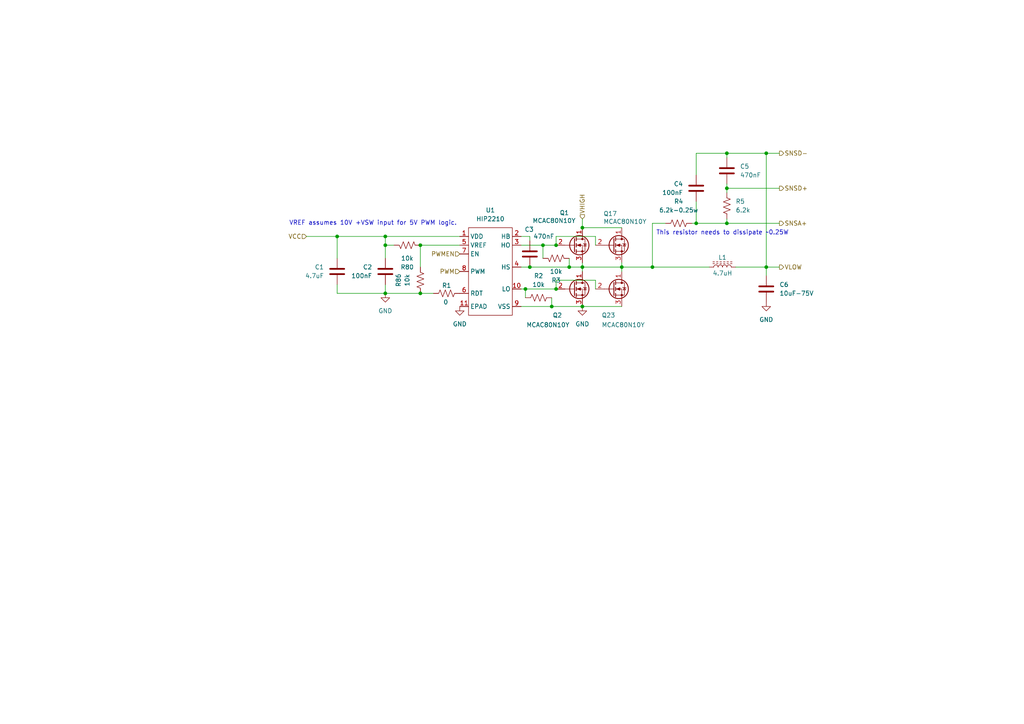
<source format=kicad_sch>
(kicad_sch (version 20231120) (generator "eeschema") (generator_version "8.0")
  (paper "A4")
  (lib_symbols
    (symbol "Device:C" (pin_numbers hide) (pin_names (offset 0.254))
      (property "Reference" "C" (at 0.635 2.54 0))
      (property "Value" "C" (at 0.635 -2.54 0))
      (symbol "C_0_1"
        (polyline (pts (xy -2.032 -0.762) (xy 2.032 -0.762)) (stroke (width 0.508)))
        (polyline (pts (xy -2.032 0.762) (xy 2.032 0.762)) (stroke (width 0.508)))
      )
      (symbol "C_1_1"
        (pin passive line (at 0 3.81 270) (length 2.794) (name "~") (number "1"))
        (pin passive line (at 0 -3.81 90) (length 2.794) (name "~") (number "2"))
      )
    )
    (symbol "Device:L_Ferrite" (pin_numbers hide) (pin_names (offset 1.016) hide)
      (property "Reference" "L" (at -1.27 0 90))
      (property "Value" "L_Ferrite" (at 2.794 0 90))
      (symbol "L_Ferrite_0_1"
        (arc (start 0 -2.54) (mid 0.6323 -1.905) (end 0 -1.27))
        (arc (start 0 -1.27) (mid 0.6323 -0.635) (end 0 0))
        (polyline (pts (xy 1.016 -2.794) (xy 1.016 -2.286)))
        (polyline (pts (xy 1.016 -1.778) (xy 1.016 -1.27)))
        (polyline (pts (xy 1.016 -0.762) (xy 1.016 -0.254)))
        (polyline (pts (xy 1.016 0.254) (xy 1.016 0.762)))
        (polyline (pts (xy 1.016 1.27) (xy 1.016 1.778)))
        (polyline (pts (xy 1.016 2.286) (xy 1.016 2.794)))
        (polyline (pts (xy 1.524 -2.286) (xy 1.524 -2.794)))
        (polyline (pts (xy 1.524 -1.27) (xy 1.524 -1.778)))
        (polyline (pts (xy 1.524 -0.254) (xy 1.524 -0.762)))
        (polyline (pts (xy 1.524 0.762) (xy 1.524 0.254)))
        (polyline (pts (xy 1.524 1.778) (xy 1.524 1.27)))
        (polyline (pts (xy 1.524 2.794) (xy 1.524 2.286)))
        (arc (start 0 0) (mid 0.6323 0.635) (end 0 1.27))
        (arc (start 0 1.27) (mid 0.6323 1.905) (end 0 2.54))
      )
      (symbol "L_Ferrite_1_1"
        (pin passive line (at 0 3.81 270) (length 1.27) (name "1") (number "1"))
        (pin passive line (at 0 -3.81 90) (length 1.27) (name "2") (number "2"))
      )
    )
    (symbol "Device:R_US" (pin_numbers hide) (pin_names (offset 0))
      (property "Reference" "R" (at 2.54 0 90))
      (property "Value" "R_US" (at -2.54 0 90))
      (symbol "R_US_0_1"
        (polyline (pts (xy 0 -2.286) (xy 0 -2.54)))
        (polyline (pts (xy 0 2.286) (xy 0 2.54)))
        (polyline (pts (xy 0 -0.762) (xy 1.016 -1.143) (xy 0 -1.524) (xy -1.016 -1.905) (xy 0 -2.286)))
        (polyline (pts (xy 0 0.762) (xy 1.016 0.381) (xy 0 0) (xy -1.016 -0.381) (xy 0 -0.762)))
        (polyline (pts (xy 0 2.286) (xy 1.016 1.905) (xy 0 1.524) (xy -1.016 1.143) (xy 0 0.762)))
      )
      (symbol "R_US_1_1"
        (pin passive line (at 0 3.81 270) (length 1.27) (name "~") (number "1"))
        (pin passive line (at 0 -3.81 90) (length 1.27) (name "~") (number "2"))
      )
    )
    (symbol "GateDrivers:HIP2210"
      (property "Reference" "U?" (at -5.588 12.7 0))
      (property "Value" "HIP2210" (at 2.54 12.446 0))
      (symbol "HIP2210_0_1"
        (rectangle (start -6.35 11.43) (end 6.35 -13.97))
      )
      (symbol "HIP2210_1_1"
        (pin power_in line (at -8.89 8.89 0) (length 2.54) (name "VDD") (number "1"))
        (pin output line (at 8.89 -6.35 180) (length 2.54) (name "LO") (number "10"))
        (pin passive line (at -8.89 -11.43 0) (length 2.54) (name "EPAD") (number "11"))
        (pin output line (at 8.89 8.89 180) (length 2.54) (name "HB") (number "2"))
        (pin output line (at 8.89 6.35 180) (length 2.54) (name "HO") (number "3"))
        (pin input line (at 8.89 0 180) (length 2.54) (name "HS") (number "4"))
        (pin power_in line (at -8.89 6.35 0) (length 2.54) (name "VREF") (number "5"))
        (pin input line (at -8.89 -7.62 0) (length 2.54) (name "RDT") (number "6"))
        (pin input line (at -8.89 3.81 0) (length 2.54) (name "EN") (number "7"))
        (pin input line (at -8.89 -1.27 0) (length 2.54) (name "PWM") (number "8"))
        (pin input line (at 8.89 -11.43 180) (length 2.54) (name "VSS") (number "9"))
      )
    )
    (symbol "ProjectMosfets:MCAC80N10Y" (pin_names (offset 0) hide)
      (property "Reference" "Q" (at 5.08 1.27 0))
      (property "Value" "MCAC80N10Y" (at 5.08 -1.27 0))
      (symbol "MCAC80N10Y_0_1"
        (polyline (pts (xy 0.254 0) (xy -2.54 0)))
        (polyline (pts (xy 0.254 1.905) (xy 0.254 -1.905)) (stroke (width 0.254)))
        (polyline (pts (xy 0.762 -1.27) (xy 0.762 -2.286)) (stroke (width 0.254)))
        (polyline (pts (xy 0.762 0.508) (xy 0.762 -0.508)) (stroke (width 0.254)))
        (polyline (pts (xy 0.762 2.286) (xy 0.762 1.27)) (stroke (width 0.254)))
        (polyline (pts (xy 2.54 2.54) (xy 2.54 1.778)))
        (polyline (pts (xy 2.54 -2.54) (xy 2.54 0) (xy 0.762 0)))
        (polyline (pts (xy 0.762 -1.778) (xy 3.302 -1.778) (xy 3.302 1.778) (xy 0.762 1.778)))
        (polyline (pts (xy 1.016 0) (xy 2.032 0.381) (xy 2.032 -0.381) (xy 1.016 0)) (fill (type outline)))
        (polyline (pts (xy 2.794 0.508) (xy 2.921 0.381) (xy 3.683 0.381) (xy 3.81 0.254)))
        (polyline (pts (xy 3.302 0.381) (xy 2.921 -0.254) (xy 3.683 -0.254) (xy 3.302 0.381)))
        (circle (center 1.651 0) (radius 2.794) (stroke (width 0.254)))
        (circle (center 2.54 -1.778) (radius 0.254) (fill (type outline)))
        (circle (center 2.54 1.778) (radius 0.254) (fill (type outline)))
      )
      (symbol "MCAC80N10Y_1_1"
        (pin passive line (at 2.54 5.08 270) (length 2.54) (name "D") (number "1"))
        (pin input line (at -5.08 0 0) (length 2.54) (name "G") (number "2"))
        (pin passive line (at 2.54 -5.08 90) (length 2.54) (name "S") (number "3"))
      )
    )
    (symbol "power:GND" (power) (pin_names (offset 0))
      (property "Value" "GND" (at 0 -3.81 0))
      (symbol "GND_0_1"
        (polyline (pts (xy 0 0) (xy 0 -1.27) (xy 1.27 -1.27) (xy 0 -2.54) (xy -1.27 -1.27) (xy 0 -1.27)))
      )
      (symbol "GND_1_1"
        (pin power_in line (at 0 0 270) (length 0) hide (name "GND") (number "1"))
      )
    )
  )
  (junction (at 111.76 85.09))
  (junction (at 222.25 77.47))
  (junction (at 121.92 71.12))
  (junction (at 97.79 68.58))
  (junction (at 210.82 44.45))
  (junction (at 152.4 83.82))
  (junction (at 168.91 77.47))
  (junction (at 180.34 77.47))
  (junction (at 210.82 54.61))
  (junction (at 111.76 71.12))
  (junction (at 168.91 66.04))
  (junction (at 168.91 88.9))
  (junction (at 161.29 83.82))
  (junction (at 222.25 44.45))
  (junction (at 153.67 77.47))
  (junction (at 160.02 88.9))
  (junction (at 165.1 77.47))
  (junction (at 189.23 77.47))
  (junction (at 121.92 85.09))
  (junction (at 210.82 64.77))
  (junction (at 201.93 64.77))
  (junction (at 161.29 71.12))
  (junction (at 111.76 68.58))
  (junction (at 157.48 71.12))
  (wire (pts (xy 168.91 88.9) (xy 180.34 88.9)))
  (wire (pts (xy 222.25 77.47) (xy 226.06 77.47)))
  (wire (pts (xy 189.23 64.77) (xy 189.23 77.47)))
  (wire (pts (xy 161.29 68.58) (xy 161.29 71.12)))
  (wire (pts (xy 161.29 81.28) (xy 161.29 83.82)))
  (wire (pts (xy 165.1 74.93) (xy 165.1 77.47)))
  (wire (pts (xy 210.82 63.5) (xy 210.82 64.77)))
  (wire (pts (xy 226.06 44.45) (xy 222.25 44.45)))
  (wire (pts (xy 111.76 85.09) (xy 121.92 85.09)))
  (wire (pts (xy 151.13 88.9) (xy 160.02 88.9)))
  (wire (pts (xy 111.76 68.58) (xy 133.35 68.58)))
  (wire (pts (xy 201.93 58.42) (xy 201.93 64.77)))
  (wire (pts (xy 168.91 77.47) (xy 180.34 77.47)))
  (wire (pts (xy 180.34 77.47) (xy 189.23 77.47)))
  (wire (pts (xy 201.93 44.45) (xy 201.93 50.8)))
  (wire (pts (xy 172.72 81.28) (xy 161.29 81.28)))
  (wire (pts (xy 200.66 64.77) (xy 201.93 64.77)))
  (wire (pts (xy 168.91 63.5) (xy 168.91 66.04)))
  (wire (pts (xy 222.25 77.47) (xy 222.25 80.01)))
  (wire (pts (xy 152.4 83.82) (xy 152.4 86.36)))
  (wire (pts (xy 97.79 68.58) (xy 97.79 74.93)))
  (wire (pts (xy 157.48 71.12) (xy 161.29 71.12)))
  (wire (pts (xy 210.82 64.77) (xy 226.06 64.77)))
  (wire (pts (xy 210.82 54.61) (xy 210.82 55.88)))
  (wire (pts (xy 168.91 77.47) (xy 168.91 78.74)))
  (wire (pts (xy 151.13 71.12) (xy 157.48 71.12)))
  (wire (pts (xy 121.92 85.09) (xy 125.73 85.09)))
  (wire (pts (xy 180.34 77.47) (xy 180.34 78.74)))
  (wire (pts (xy 151.13 68.58) (xy 153.67 68.58)))
  (wire (pts (xy 210.82 44.45) (xy 201.93 44.45)))
  (wire (pts (xy 193.04 64.77) (xy 189.23 64.77)))
  (wire (pts (xy 222.25 44.45) (xy 210.82 44.45)))
  (wire (pts (xy 153.67 68.58) (xy 153.67 69.85)))
  (wire (pts (xy 168.91 66.04) (xy 180.34 66.04)))
  (wire (pts (xy 180.34 76.2) (xy 180.34 77.47)))
  (wire (pts (xy 97.79 82.55) (xy 97.79 85.09)))
  (wire (pts (xy 97.79 68.58) (xy 111.76 68.58)))
  (wire (pts (xy 151.13 77.47) (xy 153.67 77.47)))
  (wire (pts (xy 210.82 44.45) (xy 210.82 45.72)))
  (wire (pts (xy 172.72 83.82) (xy 172.72 81.28)))
  (wire (pts (xy 111.76 71.12) (xy 114.3 71.12)))
  (wire (pts (xy 157.48 71.12) (xy 157.48 74.93)))
  (wire (pts (xy 201.93 64.77) (xy 210.82 64.77)))
  (wire (pts (xy 88.9 68.58) (xy 97.79 68.58)))
  (wire (pts (xy 160.02 88.9) (xy 168.91 88.9)))
  (wire (pts (xy 213.36 77.47) (xy 222.25 77.47)))
  (wire (pts (xy 151.13 83.82) (xy 152.4 83.82)))
  (wire (pts (xy 111.76 82.55) (xy 111.76 85.09)))
  (wire (pts (xy 111.76 71.12) (xy 111.76 74.93)))
  (wire (pts (xy 172.72 68.58) (xy 161.29 68.58)))
  (wire (pts (xy 121.92 71.12) (xy 133.35 71.12)))
  (wire (pts (xy 152.4 83.82) (xy 161.29 83.82)))
  (wire (pts (xy 172.72 71.12) (xy 172.72 68.58)))
  (wire (pts (xy 121.92 71.12) (xy 121.92 77.47)))
  (wire (pts (xy 165.1 77.47) (xy 168.91 77.47)))
  (wire (pts (xy 97.79 85.09) (xy 111.76 85.09)))
  (wire (pts (xy 189.23 77.47) (xy 205.74 77.47)))
  (wire (pts (xy 210.82 53.34) (xy 210.82 54.61)))
  (wire (pts (xy 168.91 76.2) (xy 168.91 77.47)))
  (wire (pts (xy 153.67 77.47) (xy 165.1 77.47)))
  (wire (pts (xy 111.76 68.58) (xy 111.76 71.12)))
  (wire (pts (xy 222.25 44.45) (xy 222.25 77.47)))
  (wire (pts (xy 210.82 54.61) (xy 226.06 54.61)))
  (wire (pts (xy 160.02 86.36) (xy 160.02 88.9)))
  (text "VREF assumes 10V +VSW input for 5V PWM logic." (at 108.204 64.77 0) (effects (font (size 1.27 1.27))))
  (text "This resistor needs to dissipate ~0.25W" (at 209.55 67.564 0) (effects (font (size 1.27 1.27))))
  (hierarchical_label "SNSA+" (shape output) (at 226.06 64.77 0))
  (hierarchical_label "VLOW" (shape output) (at 226.06 77.47 0))
  (hierarchical_label "PWMEN" (shape input) (at 133.35 73.66 180))
  (hierarchical_label "SNSD-" (shape output) (at 226.06 44.45 0))
  (hierarchical_label "SNSD+" (shape output) (at 226.06 54.61 0))
  (hierarchical_label "VCC" (shape input) (at 88.9 68.58 180))
  (hierarchical_label "VHIGH" (shape input) (at 168.91 63.5 90))
  (hierarchical_label "PWM" (shape input) (at 133.35 78.74 180))
  (symbol (lib_id "Device:C") (at 97.79 78.74 0) (mirror y) (unit 1)
    (property "Reference" "C1" (at 93.98 77.4699 0) (effects (justify left)))
    (property "Value" "4.7uF" (at 93.98 80.0099 0) (effects (justify left)))
    (property "Footprint" "Capacitor_SMD:C_0603_1608Metric" (effects (hide yes)))
    (property "Description" "Unpolarized capacitor" (effects (hide yes)))
    (property "Digikey" "N/A" (effects (hide yes)))
    (property "LCSC" "C19666" (effects (hide yes)))
    (instances (project "IchnaeaV1" (path "" (reference "C1") (unit 1)) (path "" (reference "C46") (unit 1)) (path "" (reference "C52") (unit 1)) (path "" (reference "C34") (unit 1)) (path "" (reference "C28") (unit 1)) (path "" (reference "C40") (unit 1))))
  )
  (symbol (lib_id "Device:C") (at 222.25 83.82 0) (unit 1)
    (property "Reference" "C6" (at 226.06 82.5499 0) (effects (justify left)))
    (property "Value" "10uF-75V" (at 226.06 85.0899 0) (effects (justify left)))
    (property "Footprint" "Capacitor_SMD:C_1210_3225Metric_Pad1.33x2.70mm_HandSolder" (effects (hide yes)))
    (property "Description" "Unpolarized capacitor" (effects (hide yes)))
    (property "Digikey" "445-CGA6P1X7R1N106M250ACCT-ND" (effects (hide yes)))
    (property "LCSC" "N/A" (effects (hide yes)))
    (instances (project "IchnaeaV1" (path "" (reference "C6") (unit 1)) (path "" (reference "C51") (unit 1)) (path "" (reference "C57") (unit 1)) (path "" (reference "C39") (unit 1)) (path "" (reference "C33") (unit 1)) (path "" (reference "C45") (unit 1))))
  )
  (symbol (lib_id "Device:R_US") (at 129.54 85.09 90) (unit 1)
    (property "Reference" "R1" (at 129.54 82.804 90))
    (property "Value" "0" (at 129.286 87.63 90))
    (property "Footprint" "Resistor_SMD:R_0603_1608Metric" (effects (hide yes)))
    (property "Description" "Resistor, US symbol" (effects (hide yes)))
    (property "Digikey" "N/A" (effects (hide yes)))
    (property "LCSC" "C21189" (effects (hide yes)))
    (instances (project "IchnaeaV1" (path "" (reference "R1") (unit 1)) (path "" (reference "R70") (unit 1)) (path "" (reference "R75") (unit 1)) (path "" (reference "R60") (unit 1)) (path "" (reference "R55") (unit 1)) (path "" (reference "R65") (unit 1))))
  )
  (symbol (lib_id "power:GND") (at 133.35 88.9 0) (unit 1)
    (property "Reference" "#PWR014" (effects (hide yes)))
    (property "Value" "GND" (at 133.35 93.98 0))
    (property "Description" "Power symbol creates a global label with name \"GND\" , ground" (effects (hide yes)))
    (instances (project "IchnaeaV1" (path "" (reference "#PWR014") (unit 1)) (path "" (reference "#PWR0139") (unit 1)) (path "" (reference "#PWR0144") (unit 1)) (path "" (reference "#PWR0129") (unit 1)) (path "" (reference "#PWR0124") (unit 1)) (path "" (reference "#PWR0134") (unit 1))))
  )
  (symbol (lib_id "Device:R_US") (at 156.21 86.36 270) (unit 1)
    (property "Reference" "R2" (at 156.21 80.01 90))
    (property "Value" "10k" (at 156.21 82.55 90))
    (property "Footprint" "Resistor_SMD:R_0603_1608Metric" (effects (hide yes)))
    (property "Description" "Resistor, US symbol" (effects (hide yes)))
    (property "LCSC" "C25804" (effects (hide yes)))
    (property "Digikey" "N/A" (effects (hide yes)))
    (instances (project "IchnaeaV1" (path "" (reference "R2") (unit 1)) (path "" (reference "R71") (unit 1)) (path "" (reference "R76") (unit 1)) (path "" (reference "R61") (unit 1)) (path "" (reference "R56") (unit 1)) (path "" (reference "R66") (unit 1))))
  )
  (symbol (lib_id "ProjectMosfets:MCAC80N10Y") (at 177.8 83.82 0) (unit 1)
    (property "Reference" "Q23" (at 174.498 91.44 0) (effects (justify left)))
    (property "Value" "MCAC80N10Y" (at 174.498 94.234 0) (effects (justify left)))
    (property "Footprint" "Mosfets:TRANS_BSC076N06NS3-G" (effects (hide yes)))
    (property "Datasheet" "https://www.mccsemi.com/pdf/Products/MCAC80N10Y(DFN5060).pdf" (effects (hide yes)))
    (property "Description" "N-MOSFET transistor, drain/gate/source" (effects (hide yes)))
    (property "Digikey" "353-MCAC80N10Y-TPCT-ND" (effects (hide yes)))
    (property "LCSC" "N/A" (effects (hide yes)))
    (property "DigiKey" "353-MCAC80N10Y-TPCT-ND" (effects (hide yes)))
    (instances (project "IchnaeaV1" (path "" (reference "Q23") (unit 1)) (path "" (reference "Q27") (unit 1)) (path "" (reference "Q28") (unit 1)) (path "" (reference "Q25") (unit 1)) (path "" (reference "Q24") (unit 1)) (path "" (reference "Q26") (unit 1))))
  )
  (symbol (lib_id "Device:L_Ferrite") (at 209.55 77.47 90) (unit 1)
    (property "Reference" "L1" (at 209.55 74.676 90))
    (property "Value" "4.7uH" (at 209.55 79.248 90))
    (property "Footprint" "Inductors:Bournes_L_PQ2614BLA" (effects (hide yes)))
    (property "Description" "Inductor with ferrite core" (effects (hide yes)))
    (property "Digikey" "PQ2614BLA-3R3K-ND" (effects (hide yes)))
    (property "LCSC" "N/A" (effects (hide yes)))
    (instances (project "IchnaeaV1" (path "" (reference "L1") (unit 1)) (path "" (reference "L5") (unit 1)) (path "" (reference "L6") (unit 1)) (path "" (reference "L3") (unit 1)) (path "" (reference "L2") (unit 1)) (path "" (reference "L4") (unit 1))))
  )
  (symbol (lib_id "ProjectMosfets:MCAC80N10Y") (at 177.8 71.12 0) (unit 1)
    (property "Reference" "Q17" (at 175.006 61.976 0) (effects (justify left)))
    (property "Value" "MCAC80N10Y" (at 175.006 64.262 0) (effects (justify left)))
    (property "Footprint" "Mosfets:TRANS_BSC076N06NS3-G" (effects (hide yes)))
    (property "Datasheet" "https://www.mccsemi.com/pdf/Products/MCAC80N10Y(DFN5060).pdf" (effects (hide yes)))
    (property "Description" "N-MOSFET transistor, drain/gate/source" (effects (hide yes)))
    (property "Digikey" "353-MCAC80N10Y-TPCT-ND" (effects (hide yes)))
    (property "LCSC" "N/A" (effects (hide yes)))
    (property "DigiKey" "353-MCAC80N10Y-TPCT-ND" (effects (hide yes)))
    (instances (project "IchnaeaV1" (path "" (reference "Q17") (unit 1)) (path "" (reference "Q21") (unit 1)) (path "" (reference "Q22") (unit 1)) (path "" (reference "Q19") (unit 1)) (path "" (reference "Q18") (unit 1)) (path "" (reference "Q20") (unit 1))))
  )
  (symbol (lib_id "power:GND") (at 111.76 85.09 0) (unit 1)
    (property "Reference" "#PWR012" (effects (hide yes)))
    (property "Value" "GND" (at 111.76 90.17 0))
    (property "Description" "Power symbol creates a global label with name \"GND\" , ground" (effects (hide yes)))
    (instances (project "IchnaeaV1" (path "" (reference "#PWR012") (unit 1)) (path "" (reference "#PWR0137") (unit 1)) (path "" (reference "#PWR0142") (unit 1)) (path "" (reference "#PWR0127") (unit 1)) (path "" (reference "#PWR0122") (unit 1)) (path "" (reference "#PWR0132") (unit 1))))
  )
  (symbol (lib_id "Device:C") (at 153.67 73.66 0) (unit 1)
    (property "Reference" "C3" (at 152.146 66.548 0) (effects (justify left)))
    (property "Value" "470nF" (at 154.686 68.58 0) (effects (justify left)))
    (property "Footprint" "Capacitor_SMD:C_0603_1608Metric" (effects (hide yes)))
    (property "Description" "Unpolarized capacitor" (effects (hide yes)))
    (property "Digikey" "N/A" (effects (hide yes)))
    (property "LCSC" "C1623" (effects (hide yes)))
    (instances (project "IchnaeaV1" (path "" (reference "C3") (unit 1)) (path "" (reference "C48") (unit 1)) (path "" (reference "C54") (unit 1)) (path "" (reference "C36") (unit 1)) (path "" (reference "C30") (unit 1)) (path "" (reference "C42") (unit 1))))
  )
  (symbol (lib_id "ProjectMosfets:MCAC80N10Y") (at 166.37 71.12 0) (unit 1)
    (property "Reference" "Q1" (at 162.306 61.722 0) (effects (justify left)))
    (property "Value" "MCAC80N10Y" (at 154.432 64.008 0) (effects (justify left)))
    (property "Footprint" "Mosfets:TRANS_BSC076N06NS3-G" (effects (hide yes)))
    (property "Datasheet" "https://www.mccsemi.com/pdf/Products/MCAC80N10Y(DFN5060).pdf" (effects (hide yes)))
    (property "Description" "N-MOSFET transistor, drain/gate/source" (effects (hide yes)))
    (property "Digikey" "353-MCAC80N10Y-TPCT-ND" (effects (hide yes)))
    (property "LCSC" "N/A" (effects (hide yes)))
    (property "DigiKey" "353-MCAC80N10Y-TPCT-ND" (effects (hide yes)))
    (instances (project "IchnaeaV1" (path "" (reference "Q1") (unit 1)) (path "" (reference "Q13") (unit 1)) (path "" (reference "Q15") (unit 1)) (path "" (reference "Q9") (unit 1)) (path "" (reference "Q7") (unit 1)) (path "" (reference "Q11") (unit 1))))
  )
  (symbol (lib_id "GateDrivers:HIP2210") (at 142.24 77.47 0) (unit 1)
    (property "Reference" "U1" (at 142.24 60.96 0))
    (property "Value" "HIP2210" (at 142.24 63.5 0))
    (property "Footprint" "DFN:TDFN-10-1EP_4x4mm_P0.8mm_EP2.6x3mm" (effects (hide yes)))
    (property "Datasheet" "https://www.renesas.com/us/en/document/dst/hip2210-hip2211-datasheet?r=1320376" (effects (hide yes)))
    (property "Digikey" "20-HIP2210FRTZ-TCT-ND" (effects (hide yes)))
    (property "LCSC" "N/A" (effects (hide yes)))
    (instances (project "IchnaeaV1" (path "" (reference "U1") (unit 1)) (path "" (reference "U8") (unit 1)) (path "" (reference "U9") (unit 1)) (path "" (reference "U6") (unit 1)) (path "" (reference "U5") (unit 1)) (path "" (reference "U7") (unit 1))))
  )
  (symbol (lib_id "Device:R_US") (at 210.82 59.69 0) (unit 1)
    (property "Reference" "R5" (at 213.36 58.4199 0) (effects (justify left)))
    (property "Value" "6.2k" (at 213.36 60.9599 0) (effects (justify left)))
    (property "Footprint" "Resistor_SMD:R_0603_1608Metric" (effects (hide yes)))
    (property "Description" "Resistor, US symbol" (effects (hide yes)))
    (property "Digikey" "N/A" (effects (hide yes)))
    (property "LCSC" "C4260" (effects (hide yes)))
    (instances (project "IchnaeaV1" (path "" (reference "R5") (unit 1)) (path "" (reference "R74") (unit 1)) (path "" (reference "R79") (unit 1)) (path "" (reference "R64") (unit 1)) (path "" (reference "R59") (unit 1)) (path "" (reference "R69") (unit 1))))
  )
  (symbol (lib_id "Device:R_US") (at 196.85 64.77 90) (unit 1)
    (property "Reference" "R4" (at 196.85 58.42 90))
    (property "Value" "6.2k-0.25w" (at 196.85 60.96 90))
    (property "Footprint" "Resistor_SMD:R_1206_3216Metric_Pad1.30x1.75mm_HandSolder" (effects (hide yes)))
    (property "Description" "Resistor, US symbol" (effects (hide yes)))
    (property "Digikey" "311-6.20KFRCT-ND" (effects (hide yes)))
    (property "LCSC" "N/A" (effects (hide yes)))
    (instances (project "IchnaeaV1" (path "" (reference "R4") (unit 1)) (path "" (reference "R73") (unit 1)) (path "" (reference "R78") (unit 1)) (path "" (reference "R63") (unit 1)) (path "" (reference "R58") (unit 1)) (path "" (reference "R68") (unit 1))))
  )
  (symbol (lib_id "Device:C") (at 111.76 78.74 0) (mirror y) (unit 1)
    (property "Reference" "C2" (at 107.95 77.4699 0) (effects (justify left)))
    (property "Value" "100nF" (at 107.95 80.0099 0) (effects (justify left)))
    (property "Footprint" "Capacitor_SMD:C_0603_1608Metric" (effects (hide yes)))
    (property "Description" "Unpolarized capacitor" (effects (hide yes)))
    (property "LCSC" "C14663" (effects (hide yes)))
    (property "Digikey" "N/A" (effects (hide yes)))
    (instances (project "IchnaeaV1" (path "" (reference "C2") (unit 1)) (path "" (reference "C47") (unit 1)) (path "" (reference "C53") (unit 1)) (path "" (reference "C35") (unit 1)) (path "" (reference "C29") (unit 1)) (path "" (reference "C41") (unit 1))))
  )
  (symbol (lib_id "power:GND") (at 168.91 88.9 0) (unit 1)
    (property "Reference" "#PWR015" (effects (hide yes)))
    (property "Value" "GND" (at 168.91 93.98 0))
    (property "Description" "Power symbol creates a global label with name \"GND\" , ground" (effects (hide yes)))
    (instances (project "IchnaeaV1" (path "" (reference "#PWR015") (unit 1)) (path "" (reference "#PWR0140") (unit 1)) (path "" (reference "#PWR0145") (unit 1)) (path "" (reference "#PWR0130") (unit 1)) (path "" (reference "#PWR0125") (unit 1)) (path "" (reference "#PWR0135") (unit 1))))
  )
  (symbol (lib_id "Device:C") (at 201.93 54.61 0) (mirror y) (unit 1)
    (property "Reference" "C4" (at 198.12 53.3399 0) (effects (justify left)))
    (property "Value" "100nF" (at 198.12 55.8799 0) (effects (justify left)))
    (property "Footprint" "Capacitor_SMD:C_0603_1608Metric" (effects (hide yes)))
    (property "Description" "Unpolarized capacitor" (effects (hide yes)))
    (property "LCSC" "C14663" (effects (hide yes)))
    (property "Digikey" "N/A" (effects (hide yes)))
    (instances (project "IchnaeaV1" (path "" (reference "C4") (unit 1)) (path "" (reference "C49") (unit 1)) (path "" (reference "C55") (unit 1)) (path "" (reference "C37") (unit 1)) (path "" (reference "C31") (unit 1)) (path "" (reference "C43") (unit 1))))
  )
  (symbol (lib_id "Device:R_US") (at 121.92 81.28 0) (unit 1)
    (property "Reference" "R86" (at 115.57 81.28 90))
    (property "Value" "10k" (at 118.11 81.28 90))
    (property "Footprint" "Resistor_SMD:R_0603_1608Metric" (effects (hide yes)))
    (property "Description" "Resistor, US symbol" (effects (hide yes)))
    (property "LCSC" "C25804" (effects (hide yes)))
    (property "Digikey" "N/A" (effects (hide yes)))
    (instances (project "IchnaeaV1" (path "" (reference "R86") (unit 1)) (path "" (reference "R90") (unit 1)) (path "" (reference "R91") (unit 1)) (path "" (reference "R88") (unit 1)) (path "" (reference "R87") (unit 1)) (path "" (reference "R89") (unit 1))))
  )
  (symbol (lib_id "Device:C") (at 210.82 49.53 0) (unit 1)
    (property "Reference" "C5" (at 214.63 48.2599 0) (effects (justify left)))
    (property "Value" "470nF" (at 214.63 50.7999 0) (effects (justify left)))
    (property "Footprint" "Capacitor_SMD:C_0603_1608Metric" (effects (hide yes)))
    (property "Description" "Unpolarized capacitor" (effects (hide yes)))
    (property "Digikey" "N/A" (effects (hide yes)))
    (property "LCSC" "C1623" (effects (hide yes)))
    (instances (project "IchnaeaV1" (path "" (reference "C5") (unit 1)) (path "" (reference "C50") (unit 1)) (path "" (reference "C56") (unit 1)) (path "" (reference "C38") (unit 1)) (path "" (reference "C32") (unit 1)) (path "" (reference "C44") (unit 1))))
  )
  (symbol (lib_id "Device:R_US") (at 161.29 74.93 270) (mirror x) (unit 1)
    (property "Reference" "R3" (at 161.29 81.28 90))
    (property "Value" "10k" (at 161.29 78.74 90))
    (property "Footprint" "Resistor_SMD:R_0603_1608Metric" (effects (hide yes)))
    (property "Description" "Resistor, US symbol" (effects (hide yes)))
    (property "LCSC" "C25804" (effects (hide yes)))
    (property "Digikey" "N/A" (effects (hide yes)))
    (instances (project "IchnaeaV1" (path "" (reference "R3") (unit 1)) (path "" (reference "R72") (unit 1)) (path "" (reference "R77") (unit 1)) (path "" (reference "R62") (unit 1)) (path "" (reference "R57") (unit 1)) (path "" (reference "R67") (unit 1))))
  )
  (symbol (lib_id "ProjectMosfets:MCAC80N10Y") (at 166.37 83.82 0) (unit 1)
    (property "Reference" "Q2" (at 160.274 91.44 0) (effects (justify left)))
    (property "Value" "MCAC80N10Y" (at 152.654 94.234 0) (effects (justify left)))
    (property "Footprint" "Mosfets:TRANS_BSC076N06NS3-G" (effects (hide yes)))
    (property "Datasheet" "https://www.mccsemi.com/pdf/Products/MCAC80N10Y(DFN5060).pdf" (effects (hide yes)))
    (property "Description" "N-MOSFET transistor, drain/gate/source" (effects (hide yes)))
    (property "Digikey" "353-MCAC80N10Y-TPCT-ND" (effects (hide yes)))
    (property "LCSC" "N/A" (effects (hide yes)))
    (property "DigiKey" "353-MCAC80N10Y-TPCT-ND" (effects (hide yes)))
    (instances (project "IchnaeaV1" (path "" (reference "Q2") (unit 1)) (path "" (reference "Q14") (unit 1)) (path "" (reference "Q16") (unit 1)) (path "" (reference "Q10") (unit 1)) (path "" (reference "Q8") (unit 1)) (path "" (reference "Q12") (unit 1))))
  )
  (symbol (lib_id "power:GND") (at 222.25 87.63 0) (unit 1)
    (property "Reference" "#PWR016" (effects (hide yes)))
    (property "Value" "GND" (at 222.25 92.71 0))
    (property "Description" "Power symbol creates a global label with name \"GND\" , ground" (effects (hide yes)))
    (instances (project "IchnaeaV1" (path "" (reference "#PWR016") (unit 1)) (path "" (reference "#PWR0141") (unit 1)) (path "" (reference "#PWR0146") (unit 1)) (path "" (reference "#PWR0131") (unit 1)) (path "" (reference "#PWR0126") (unit 1)) (path "" (reference "#PWR0136") (unit 1))))
  )
  (symbol (lib_id "Device:R_US") (at 118.11 71.12 270) (mirror x) (unit 1)
    (property "Reference" "R80" (at 118.11 77.47 90))
    (property "Value" "10k" (at 118.11 74.93 90))
    (property "Footprint" "Resistor_SMD:R_0603_1608Metric" (effects (hide yes)))
    (property "Description" "Resistor, US symbol" (effects (hide yes)))
    (property "LCSC" "C25804" (effects (hide yes)))
    (property "Digikey" "N/A" (effects (hide yes)))
    (instances (project "IchnaeaV1" (path "" (reference "R80") (unit 1)) (path "" (reference "R84") (unit 1)) (path "" (reference "R85") (unit 1)) (path "" (reference "R82") (unit 1)) (path "" (reference "R81") (unit 1)) (path "" (reference "R83") (unit 1))))
  )
)
</source>
